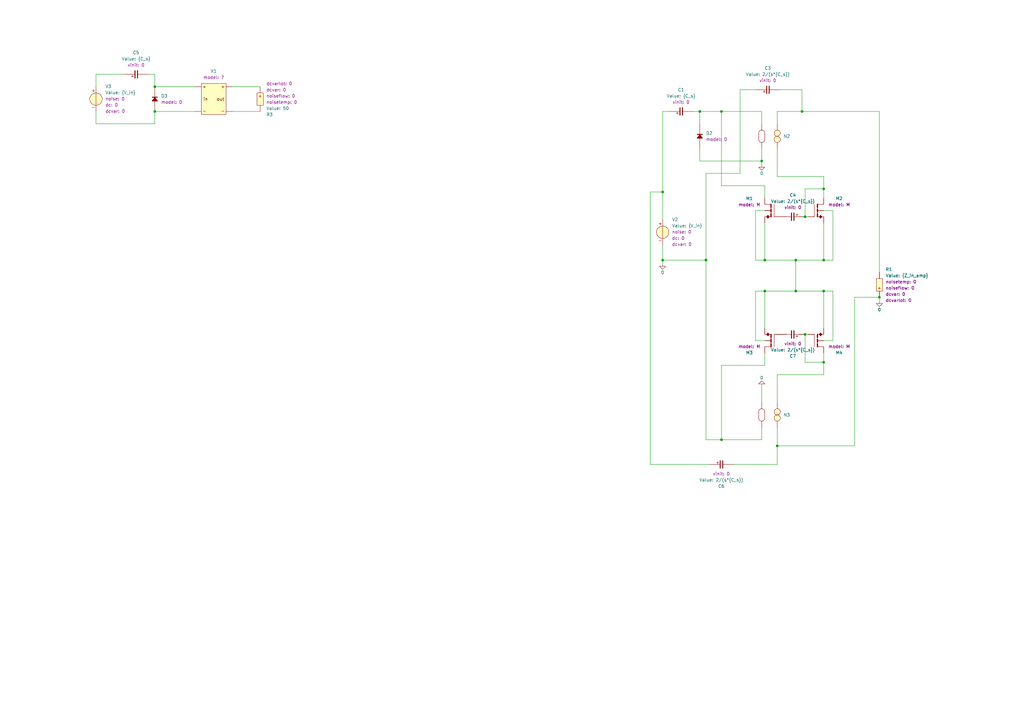
<source format=kicad_sch>
(kicad_sch (version 20250114) (generator "eeschema") (generator_version "9.0")
  (paper "A3")
  (lib_symbols
    (symbol "SLiCAP:C" (pin_numbers (hide yes)) (pin_names (offset 1.016) (hide yes))
      (property "Reference" "C?" (at 2.54 3.81 0))
      (property "Value" "?" (at 2.54 1.27 0) (show_name))
      (property "vinit" "0" (at 2.54 -1.27 0) (show_name))
      (symbol "C_0_0"
        (text "+" (at -0.762 1.651 0) (effects (font (size 1.27 1.27))))
      )
      (symbol "C_0_1"
        (polyline (pts (xy -1.524 0.508) (xy 1.524 0.508)) (stroke (width 0.381)))
        (polyline (pts (xy -1.524 -0.508) (xy 1.524 -0.508)) (stroke (width 0.381)))
        (polyline (pts (xy 0 2.54) (xy 0 0.508)))
        (polyline (pts (xy 0 -2.54) (xy 0 -0.508)))
      )
      (symbol "C_1_0"
        (pin passive line (at 0 5.08 270) (length 2.54) (name "1") (number "1"))
        (pin passive line (at 0 -5.08 90) (length 2.54) (name "2") (number "2"))
      )
    )
    (symbol "SLiCAP:D" (pin_numbers (hide yes)) (pin_names (offset 1.016) (hide yes))
      (property "Reference" "D?" (at 1.905 1.27 0))
      (property "model" "D" (at 1.905 -1.27 0) (show_name))
      (symbol "D_0_1"
        (polyline (pts (xy -1.016 -0.762) (xy 1.016 -0.762)) (stroke (width 0.381)))
        (polyline (pts (xy 0 2.54) (xy 0 0.762) (xy 0 1.016)))
        (polyline (pts (xy 0 -0.508) (xy -1.016 0.762) (xy 1.016 0.762) (xy 0 -0.508)) (stroke (width 0.381)) (fill (type outline)))
        (polyline (pts (xy 0 -2.54) (xy 0 -0.508)))
      )
      (symbol "D_1_0"
        (pin passive line (at 0 5.08 270) (length 2.54) (name "1") (number "1"))
        (pin passive line (at 0 -5.08 90) (length 2.54) (name "2") (number "2"))
      )
    )
    (symbol "SLiCAP:GND" (power) (pin_numbers (hide yes)) (pin_names (offset 0) (hide yes))
      (property "Value" "0" (at 0 -2.54 0))
      (symbol "GND_0_1"
        (polyline (pts (xy -1.27 0) (xy 0 -1.27) (xy 1.27 0) (xy -1.27 0)))
      )
      (symbol "GND_1_1"
        (pin power_in line (at 0 0 0) (length 0) (name "~") (number "1"))
      )
    )
    (symbol "SLiCAP:M" (pin_numbers (hide yes)) (pin_names (offset 0) (hide yes))
      (property "Reference" "M?" (at 0.635 1.905 0))
      (property "model" "M" (at 0.635 -1.905 0) (show_name))
      (symbol "M_0_1"
        (polyline (pts (xy -3.81 -2.54) (xy -3.81 2.54)))
        (polyline (pts (xy -1.905 -2.54) (xy -1.27 -1.905) (xy -1.27 -3.175) (xy -1.905 -2.54)) (fill (type outline)))
        (polyline (pts (xy -0.635 -2.54) (xy -1.27 -1.905) (xy -1.27 -3.175) (xy -0.635 -2.54)) (fill (type outline)))
      )
      (symbol "M_1_0"
        (pin unspecified line (at -6.35 -2.54 0) (length 2.54) (name "G") (number "2"))
        (pin unspecified line (at 0 5.08 270) (length 2.54) (name "D") (number "1"))
        (pin unspecified line (at 0 0 180) (length 2.54) (name "B") (number "4"))
        (pin unspecified line (at 0 -5.08 90) (length 2.54) (name "S") (number "3"))
      )
      (symbol "M_1_1"
        (polyline (pts (xy -2.54 1.27) (xy -2.54 2.54)) (stroke (width 0.5)))
        (polyline (pts (xy -2.54 -0.635) (xy -2.54 0.635)) (stroke (width 0.5)))
        (polyline (pts (xy -2.54 -2.54) (xy -2.54 -1.27)) (stroke (width 0.5)))
        (polyline (pts (xy 0 2.54) (xy -2.54 2.54)))
        (polyline (pts (xy 0 -2.54) (xy -2.54 -2.54)))
      )
    )
    (symbol "SLiCAP:N" (pin_numbers (hide yes)) (pin_names (offset 0) (hide yes))
      (property "Reference" "N?" (at 1.905 0 0))
      (symbol "N_0_1"
        (polyline (pts (xy -7.62 1.27) (xy -7.62 -1.27)))
        (arc (start -5.08 -1.27) (mid -5.452 -2.168) (end -6.35 -2.54))
        (arc (start -6.3499 2.5401) (mid -5.4519 2.1681) (end -5.0799 1.2701))
        (arc (start -6.35 -2.54) (mid -7.248 -2.168) (end -7.62 -1.27))
        (arc (start -7.6199 1.2701) (mid -7.2479 2.1681) (end -6.3499 2.5401))
      )
      (symbol "N_1_0"
        (pin power_out line (at 0 5.08 270) (length 2.54) (name "outP") (number "1"))
        (pin power_out line (at 0 -5.08 90) (length 2.54) (name "outN") (number "2"))
      )
      (symbol "N_1_1"
        (polyline (pts (xy -5.08 1.27) (xy -5.08 -1.27)) (fill (type background)))
        (circle (center 0 1.27) (radius 1.27) (fill (type background)))
        (circle (center 0 -1.27) (radius 1.27) (fill (type background)))
        (pin input line (at -6.35 5.08 270) (length 2.54) (name "inp") (number "3"))
        (pin input line (at -6.35 -5.08 90) (length 2.54) (name "inN") (number "4"))
      )
    )
    (symbol "SLiCAP:R" (pin_numbers (hide yes)) (pin_names (offset 1.016) (hide yes))
      (property "Reference" "R?" (at 1.905 3.81 0))
      (property "Value" "?" (at 1.905 1.905 0) (show_name))
      (property "noisetemp" "0" (at 1.905 0 0) (show_name))
      (property "noiseflow" "0" (at 15.24 0 0) (show_name))
      (property "dcvar" "0" (at 1.905 -1.905 0) (show_name))
      (property "dcvarlot" "0" (at 15.24 -1.905 0) (show_name))
      (symbol "R_0_0"
        (text "+" (at 0 1.27 0) (effects (font (size 1.27 1.27))))
      )
      (symbol "R_1_0"
        (pin passive line (at 0 5.08 270) (length 2.54) (name "1") (number "1"))
        (pin passive line (at 0 -5.08 90) (length 2.54) (name "2") (number "2"))
      )
      (symbol "R_1_1"
        (rectangle (start -1.27 2.54) (end 1.27 -2.54) (fill (type background)))
      )
    )
    (symbol "SLiCAP:V" (pin_numbers (hide yes)) (pin_names (offset 0) (hide yes))
      (property "Reference" "V?" (at 3.175 4.445 0))
      (property "Value" "?" (at 3.175 2.54 0) (show_name))
      (property "noise" "0" (at 3.175 -3.175 0) (show_name))
      (property "dc" "0" (at 3.175 0.635 0) (show_name))
      (property "dcvar" "0" (at 3.175 -1.27 0) (show_name))
      (symbol "V_0_0"
        (text "+" (at -1.016 3.556 0) (effects (font (size 1.27 1.27))))
        (text "-" (at -1.016 -3.302 0) (effects (font (size 1.27 1.27))))
        (pin power_out line (at 0 5.08 270) (length 2.54) (name "p") (number "1"))
        (pin power_out line (at 0 -5.08 90) (length 2.54) (name "n") (number "2"))
      )
      (symbol "V_0_1"
        (polyline (pts (xy 0 2.54) (xy 0 -2.54)))
      )
      (symbol "V_1_0"
        (circle (center 0 0) (radius 2.54) (fill (type background)))
      )
    )
    (symbol "SLiCAP:Xio4" (pin_numbers (hide yes)) (pin_names (offset 0) (hide yes))
      (property "Reference" "X?" (at -4.826 9.779 0))
      (property "model" "?" (at -4.826 7.874 0) (show_name))
      (symbol "Xio4_1_0"
        (pin power_out line (at 7.62 5.08 180) (length 2.54) (name "outP") (number "3"))
        (pin power_out line (at 7.62 -5.08 180) (length 2.54) (name "outN") (number "4"))
      )
      (symbol "Xio4_1_1"
        (rectangle (start -5.08 6.35) (end 5.08 -6.35) (fill (type background)))
        (text "+" (at -3.81 5.08 0) (effects (font (size 1.27 1.27))))
        (text "-" (at -3.81 -4.826 0) (effects (font (size 1.27 1.27))))
        (text "in" (at -3.302 0 0) (effects (font (size 1.27 1.27))))
        (text "out" (at 2.794 0 0) (effects (font (size 1.27 1.27))))
        (text "+" (at 3.81 5.08 0) (effects (font (size 1.27 1.27))))
        (text "-" (at 3.81 -4.826 0) (effects (font (size 1.27 1.27))))
        (pin input line (at -7.62 5.08 0) (length 2.54) (name "inP") (number "1"))
        (pin input line (at -7.62 -5.08 0) (length 2.54) (name "inN") (number "2"))
      )
    )
  )
  (junction (at 337.82 148.59))
  (junction (at 337.82 119.38))
  (junction (at 318.77 182.88))
  (junction (at 287.02 45.72))
  (junction (at 312.42 66.04))
  (junction (at 63.5 35.56))
  (junction (at 63.5 45.72))
  (junction (at 295.91 45.72))
  (junction (at 326.39 119.38))
  (junction (at 337.82 106.68))
  (junction (at 271.78 78.74))
  (junction (at 313.69 119.38))
  (junction (at 295.91 180.34))
  (junction (at 289.56 106.68))
  (junction (at 337.82 77.47))
  (junction (at 360.68 121.92))
  (junction (at 326.39 106.68))
  (junction (at 271.78 106.68))
  (junction (at 330.2 88.9))
  (junction (at 328.93 45.72))
  (junction (at 330.2 137.16))
  (junction (at 313.69 106.68))
  (wire (pts (xy 318.77 175.26) (xy 318.77 182.88)))
  (wire (pts (xy 330.2 88.9) (xy 331.47 88.9)))
  (wire (pts (xy 39.37 30.48) (xy 50.8 30.48)))
  (wire (pts (xy 271.78 106.68) (xy 271.78 109.22)))
  (wire (pts (xy 337.82 148.59) (xy 337.82 144.78)))
  (wire (pts (xy 328.93 36.83) (xy 328.93 45.72)))
  (wire (pts (xy 337.82 134.62) (xy 337.82 119.38)))
  (wire (pts (xy 295.91 180.34) (xy 312.42 180.34)))
  (wire (pts (xy 337.82 153.67) (xy 337.82 148.59)))
  (wire (pts (xy 318.77 45.72) (xy 318.77 50.8)))
  (wire (pts (xy 287.02 66.04) (xy 312.42 66.04)))
  (wire (pts (xy 318.77 182.88) (xy 350.52 182.88)))
  (wire (pts (xy 341.63 139.7) (xy 341.63 119.38)))
  (wire (pts (xy 295.91 45.72) (xy 312.42 45.72)))
  (wire (pts (xy 360.68 45.72) (xy 360.68 111.76)))
  (wire (pts (xy 330.2 137.16) (xy 331.47 137.16)))
  (wire (pts (xy 341.63 119.38) (xy 337.82 119.38)))
  (wire (pts (xy 266.7 190.5) (xy 266.7 78.74)))
  (wire (pts (xy 318.77 72.39) (xy 337.82 72.39)))
  (wire (pts (xy 312.42 66.04) (xy 312.42 68.58)))
  (wire (pts (xy 337.82 86.36) (xy 341.63 86.36)))
  (wire (pts (xy 309.88 119.38) (xy 313.69 119.38)))
  (wire (pts (xy 326.39 106.68) (xy 313.69 106.68)))
  (wire (pts (xy 341.63 86.36) (xy 341.63 106.68)))
  (wire (pts (xy 312.42 60.96) (xy 312.42 66.04)))
  (wire (pts (xy 350.52 121.92) (xy 360.68 121.92)))
  (wire (pts (xy 337.82 106.68) (xy 326.39 106.68)))
  (wire (pts (xy 312.42 175.26) (xy 312.42 180.34)))
  (wire (pts (xy 80.01 35.56) (xy 63.5 35.56)))
  (wire (pts (xy 309.88 106.68) (xy 313.69 106.68)))
  (wire (pts (xy 318.77 153.67) (xy 337.82 153.67)))
  (wire (pts (xy 360.68 45.72) (xy 328.93 45.72)))
  (wire (pts (xy 95.25 35.56) (xy 106.68 35.56)))
  (wire (pts (xy 300.99 190.5) (xy 318.77 190.5)))
  (wire (pts (xy 309.88 139.7) (xy 309.88 119.38)))
  (wire (pts (xy 337.82 77.47) (xy 330.2 77.47)))
  (wire (pts (xy 271.78 100.33) (xy 271.78 106.68)))
  (wire (pts (xy 287.02 45.72) (xy 284.48 45.72)))
  (wire (pts (xy 63.5 30.48) (xy 60.96 30.48)))
  (wire (pts (xy 289.56 106.68) (xy 289.56 180.34)))
  (wire (pts (xy 266.7 190.5) (xy 290.83 190.5)))
  (wire (pts (xy 337.82 91.44) (xy 337.82 106.68)))
  (wire (pts (xy 318.77 165.1) (xy 318.77 153.67)))
  (wire (pts (xy 337.82 148.59) (xy 330.2 148.59)))
  (wire (pts (xy 313.69 86.36) (xy 309.88 86.36)))
  (wire (pts (xy 337.82 139.7) (xy 341.63 139.7)))
  (wire (pts (xy 313.69 149.86) (xy 313.69 144.78)))
  (wire (pts (xy 326.39 119.38) (xy 313.69 119.38)))
  (wire (pts (xy 309.88 86.36) (xy 309.88 106.68)))
  (wire (pts (xy 326.39 106.68) (xy 326.39 119.38)))
  (wire (pts (xy 318.77 45.72) (xy 328.93 45.72)))
  (wire (pts (xy 318.77 60.96) (xy 318.77 72.39)))
  (wire (pts (xy 266.7 78.74) (xy 271.78 78.74)))
  (wire (pts (xy 318.77 182.88) (xy 318.77 190.5)))
  (wire (pts (xy 271.78 45.72) (xy 274.32 45.72)))
  (wire (pts (xy 295.91 76.2) (xy 313.69 76.2)))
  (wire (pts (xy 313.69 139.7) (xy 309.88 139.7)))
  (wire (pts (xy 63.5 45.72) (xy 63.5 50.8)))
  (wire (pts (xy 320.04 36.83) (xy 328.93 36.83)))
  (wire (pts (xy 312.42 50.8) (xy 312.42 45.72)))
  (wire (pts (xy 295.91 149.86) (xy 295.91 180.34)))
  (wire (pts (xy 337.82 77.47) (xy 337.82 81.28)))
  (wire (pts (xy 287.02 45.72) (xy 287.02 50.8)))
  (wire (pts (xy 295.91 76.2) (xy 295.91 45.72)))
  (wire (pts (xy 39.37 35.56) (xy 39.37 30.48)))
  (wire (pts (xy 289.56 180.34) (xy 295.91 180.34)))
  (wire (pts (xy 312.42 157.48) (xy 312.42 165.1)))
  (wire (pts (xy 313.69 76.2) (xy 313.69 81.28)))
  (wire (pts (xy 309.88 36.83) (xy 303.53 36.83)))
  (wire (pts (xy 303.53 71.12) (xy 289.56 71.12)))
  (wire (pts (xy 337.82 119.38) (xy 326.39 119.38)))
  (wire (pts (xy 271.78 78.74) (xy 271.78 90.17)))
  (wire (pts (xy 360.68 121.92) (xy 360.68 124.46)))
  (wire (pts (xy 39.37 45.72) (xy 39.37 50.8)))
  (wire (pts (xy 330.2 77.47) (xy 330.2 88.9)))
  (wire (pts (xy 295.91 149.86) (xy 313.69 149.86)))
  (wire (pts (xy 330.2 148.59) (xy 330.2 137.16)))
  (wire (pts (xy 271.78 45.72) (xy 271.78 78.74)))
  (wire (pts (xy 63.5 30.48) (xy 63.5 35.56)))
  (wire (pts (xy 350.52 182.88) (xy 350.52 121.92)))
  (wire (pts (xy 95.25 45.72) (xy 106.68 45.72)))
  (wire (pts (xy 63.5 45.72) (xy 80.01 45.72)))
  (wire (pts (xy 287.02 45.72) (xy 295.91 45.72)))
  (wire (pts (xy 313.69 91.44) (xy 313.69 106.68)))
  (wire (pts (xy 337.82 72.39) (xy 337.82 77.47)))
  (wire (pts (xy 313.69 134.62) (xy 313.69 119.38)))
  (wire (pts (xy 303.53 36.83) (xy 303.53 71.12)))
  (wire (pts (xy 39.37 50.8) (xy 63.5 50.8)))
  (wire (pts (xy 341.63 106.68) (xy 337.82 106.68)))
  (wire (pts (xy 287.02 60.96) (xy 287.02 66.04)))
  (wire (pts (xy 289.56 71.12) (xy 289.56 106.68)))
  (wire (pts (xy 271.78 106.68) (xy 289.56 106.68)))
  (symbol (lib_id "SLiCAP:N") (at 318.77 170.18 0) (mirror x) (unit 1)
    (property "Reference" "N3" (at 321.31 170.1802 0) (effects (justify left)))
    (property "Description" "Nullor" (effects (hide yes)))
    (property "model" "N" (effects (hide yes)))
  )
  (symbol (lib_id "SLiCAP:GND") (at 312.42 68.58 0) (unit 1)
    (property "Reference" "#03" (effects (hide yes)))
    (property "Value" "0" (at 312.42 71.12 0))
    (property "Description" "0V reference potential" (effects (hide yes)))
  )
  (symbol (lib_id "SLiCAP:N") (at 318.77 55.88 0) (unit 1)
    (property "Reference" "N2" (at 321.31 55.8798 0) (effects (justify left)))
    (property "Description" "Nullor" (effects (hide yes)))
    (property "model" "N" (effects (hide yes)))
  )
  (symbol (lib_id "SLiCAP:C") (at 55.88 30.48 90) (unit 1)
    (property "Reference" "C5" (at 55.8137 21.59 90))
    (property "Value" "{C_s}" (at 55.8137 24.13 90) (show_name yes))
    (property "Description" "Capacitor" (effects (hide yes)))
    (property "model" "C" (effects (hide yes)))
    (property "vinit" "0" (at 55.8137 26.67 90) (show_name yes))
  )
  (symbol (lib_id "SLiCAP:GND") (at 360.68 124.46 0) (unit 1)
    (property "Reference" "#05" (effects (hide yes)))
    (property "Value" "0" (at 360.68 127 0))
    (property "Description" "0V reference potential" (effects (hide yes)))
  )
  (symbol (lib_id "SLiCAP:C") (at 295.91 190.5 90) (mirror x) (unit 1)
    (property "Reference" "C6" (at 295.8437 199.39 90))
    (property "Value" "2/(s*{C_s})" (at 295.8437 196.85 90) (show_name yes))
    (property "Description" "Capacitor" (effects (hide yes)))
    (property "model" "C" (effects (hide yes)))
    (property "vinit" "0" (at 295.8437 194.31 90) (show_name yes))
  )
  (symbol (lib_id "SLiCAP:C") (at 325.12 137.16 270) (mirror x) (unit 1)
    (property "Reference" "C7" (at 325.1863 146.05 90))
    (property "Value" "2/(s*{C_s})" (at 325.1863 143.51 90) (show_name yes))
    (property "Description" "Capacitor" (effects (hide yes)))
    (property "model" "C" (effects (hide yes)))
    (property "vinit" "0" (at 325.1863 140.97 90) (show_name yes))
  )
  (symbol (lib_id "SLiCAP:Xio4") (at 87.63 40.64 0) (unit 1)
    (property "Reference" "X1" (at 87.63 29.21 0))
    (property "Description" "4-terminal i-o sub circuit" (effects (hide yes)))
    (property "model" "?" (at 87.63 31.75 0) (show_name yes))
  )
  (symbol (lib_id "SLiCAP:GND") (at 312.42 157.48 0) (mirror x) (unit 1)
    (property "Reference" "#06" (effects (hide yes)))
    (property "Value" "0" (at 312.42 154.94 0))
    (property "Description" "0V reference potential" (effects (hide yes)))
  )
  (symbol (lib_id "SLiCAP:M") (at 313.69 86.36 0) (mirror y) (unit 1)
    (property "Reference" "M1" (at 307.34 81.4068 0))
    (property "Description" "MOSFET (small-signal N or P channel)" (effects (hide yes)))
    (property "model" "M" (at 307.34 83.9468 0) (show_name yes))
  )
  (symbol (lib_id "SLiCAP:R") (at 360.68 116.84 180) (unit 1)
    (property "Reference" "R1" (at 363.22 110.4899 0) (effects (justify right)))
    (property "Value" "{Z_in_amp}" (at 363.22 113.0299 0) (show_name yes) (effects (justify right)))
    (property "Description" "Resistor (cannot have zero resistance)" (effects (hide yes)))
    (property "model" "R" (effects (hide yes)))
    (property "noisetemp" "0" (at 363.22 115.5699 0) (show_name yes) (effects (justify right)))
    (property "noiseflow" "0" (at 363.22 118.1099 0) (show_name yes) (effects (justify right)))
    (property "dcvar" "0" (at 363.22 120.6499 0) (show_name yes) (effects (justify right)))
    (property "dcvarlot" "0" (at 363.22 123.1899 0) (show_name yes) (effects (justify right)))
  )
  (symbol (lib_id "SLiCAP:D") (at 63.5 40.64 180) (unit 1)
    (property "Reference" "D3" (at 66.04 39.3699 0) (effects (justify right)))
    (property "Description" "Diode (small-signal model)" (effects (hide yes)))
    (property "model" "D" (at 66.04 41.9099 0) (show_name yes) (effects (justify right)))
  )
  (symbol (lib_id "SLiCAP:R") (at 106.68 40.64 0) (mirror y) (unit 1)
    (property "Reference" "R3" (at 109.22 46.9901 0) (effects (justify right)))
    (property "Value" "50" (at 109.22 44.4501 0) (show_name yes) (effects (justify right)))
    (property "Description" "Resistor (cannot have zero resistance)" (effects (hide yes)))
    (property "model" "R" (effects (hide yes)))
    (property "noisetemp" "0" (at 109.22 41.9101 0) (show_name yes) (effects (justify right)))
    (property "noiseflow" "0" (at 109.22 39.3701 0) (show_name yes) (effects (justify right)))
    (property "dcvar" "0" (at 109.22 36.8301 0) (show_name yes) (effects (justify right)))
    (property "dcvarlot" "0" (at 109.22 34.2901 0) (show_name yes) (effects (justify right)))
  )
  (symbol (lib_id "SLiCAP:C") (at 279.4 45.72 90) (unit 1)
    (property "Reference" "C1" (at 279.3337 36.83 90))
    (property "Value" "{C_s}" (at 279.3337 39.37 90) (show_name yes))
    (property "Description" "Capacitor" (effects (hide yes)))
    (property "model" "C" (effects (hide yes)))
    (property "vinit" "0" (at 279.3337 41.91 90) (show_name yes))
  )
  (symbol (lib_id "SLiCAP:C") (at 325.12 88.9 270) (unit 1)
    (property "Reference" "C4" (at 325.1863 80.01 90))
    (property "Value" "2/(s*{C_s})" (at 325.1863 82.55 90) (show_name yes))
    (property "Description" "Capacitor" (effects (hide yes)))
    (property "model" "C" (effects (hide yes)))
    (property "vinit" "0" (at 325.1863 85.09 90) (show_name yes))
  )
  (symbol (lib_id "SLiCAP:M") (at 337.82 86.36 0) (unit 1)
    (property "Reference" "M2" (at 344.17 81.4068 0))
    (property "Description" "MOSFET (small-signal N or P channel)" (effects (hide yes)))
    (property "model" "M" (at 344.17 83.9468 0) (show_name yes))
  )
  (symbol (lib_id "SLiCAP:M") (at 337.82 139.7 0) (mirror x) (unit 1)
    (property "Reference" "M4" (at 344.17 144.6532 0))
    (property "Description" "MOSFET (small-signal N or P channel)" (effects (hide yes)))
    (property "model" "M" (at 344.17 142.1132 0) (show_name yes))
  )
  (symbol (lib_id "SLiCAP:M") (at 313.69 139.7 180) (unit 1)
    (property "Reference" "M3" (at 307.34 144.6532 0))
    (property "Description" "MOSFET (small-signal N or P channel)" (effects (hide yes)))
    (property "model" "M" (at 307.34 142.1132 0) (show_name yes))
  )
  (symbol (lib_id "SLiCAP:GND") (at 271.78 109.22 0) (unit 1)
    (property "Reference" "#08" (effects (hide yes)))
    (property "Value" "0" (at 271.78 111.76 0))
    (property "Description" "0V reference potential" (effects (hide yes)))
  )
  (symbol (lib_id "SLiCAP:V") (at 39.37 40.64 0) (unit 1)
    (property "Reference" "V3" (at 43.18 35.4329 0) (effects (justify left)))
    (property "Value" "{V_in}" (at 43.18 37.9729 0) (show_name yes) (effects (justify left)))
    (property "Description" "Independent voltage source" (effects (hide yes)))
    (property "noise" "0" (at 43.18 40.5129 0) (show_name yes) (effects (justify left)))
    (property "dc" "0" (at 43.18 43.0529 0) (show_name yes) (effects (justify left)))
    (property "dcvar" "0" (at 43.18 45.5929 0) (show_name yes) (effects (justify left)))
    (property "model" "V" (effects (hide yes)))
  )
  (symbol (lib_id "SLiCAP:V") (at 271.78 95.25 0) (unit 1)
    (property "Reference" "V2" (at 275.59 90.0429 0) (effects (justify left)))
    (property "Value" "{V_in}" (at 275.59 92.5829 0) (show_name yes) (effects (justify left)))
    (property "Description" "Independent voltage source" (effects (hide yes)))
    (property "noise" "0" (at 275.59 95.1229 0) (show_name yes) (effects (justify left)))
    (property "dc" "0" (at 275.59 97.6629 0) (show_name yes) (effects (justify left)))
    (property "dcvar" "0" (at 275.59 100.2029 0) (show_name yes) (effects (justify left)))
    (property "model" "V" (effects (hide yes)))
  )
  (symbol (lib_id "SLiCAP:D") (at 287.02 55.88 180) (unit 1)
    (property "Reference" "D2" (at 289.56 54.6099 0) (effects (justify right)))
    (property "Description" "Diode (small-signal model)" (effects (hide yes)))
    (property "model" "D" (at 289.56 57.1499 0) (show_name yes) (effects (justify right)))
  )
  (symbol (lib_id "SLiCAP:C") (at 314.96 36.83 90) (unit 1)
    (property "Reference" "C3" (at 314.8937 27.94 90))
    (property "Value" "2/(s*{C_s})" (at 314.8937 30.48 90) (show_name yes))
    (property "Description" "Capacitor" (effects (hide yes)))
    (property "model" "C" (effects (hide yes)))
    (property "vinit" "0" (at 314.8937 33.02 90) (show_name yes))
  )
)
</source>
